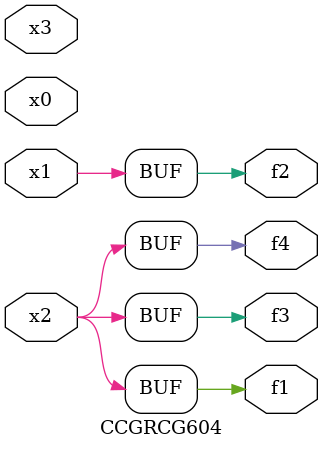
<source format=v>
module CCGRCG604(
	input x0, x1, x2, x3,
	output f1, f2, f3, f4
);
	assign f1 = x2;
	assign f2 = x1;
	assign f3 = x2;
	assign f4 = x2;
endmodule

</source>
